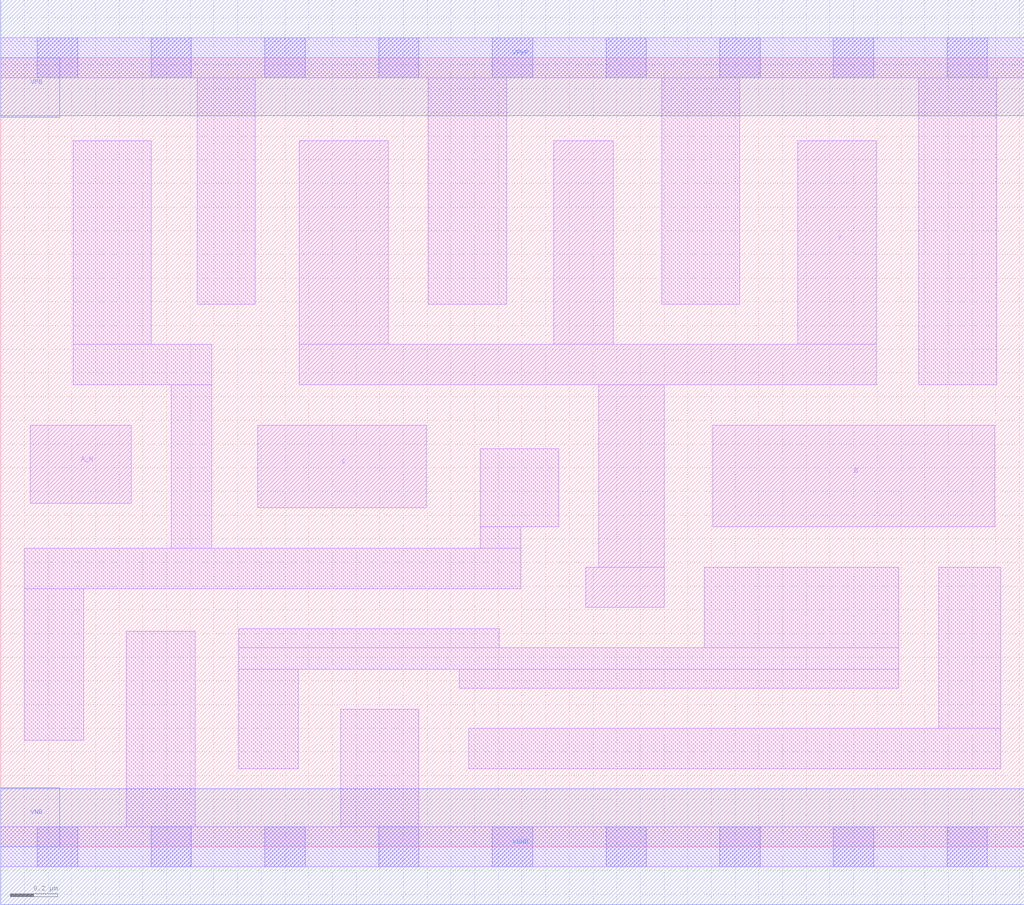
<source format=lef>
# Copyright 2020 The SkyWater PDK Authors
#
# Licensed under the Apache License, Version 2.0 (the "License");
# you may not use this file except in compliance with the License.
# You may obtain a copy of the License at
#
#     https://www.apache.org/licenses/LICENSE-2.0
#
# Unless required by applicable law or agreed to in writing, software
# distributed under the License is distributed on an "AS IS" BASIS,
# WITHOUT WARRANTIES OR CONDITIONS OF ANY KIND, either express or implied.
# See the License for the specific language governing permissions and
# limitations under the License.
#
# SPDX-License-Identifier: Apache-2.0

VERSION 5.5 ;
NAMESCASESENSITIVE ON ;
BUSBITCHARS "[]" ;
DIVIDERCHAR "/" ;
MACRO sky130_fd_sc_hs__nand3b_2
  CLASS CORE ;
  SOURCE USER ;
  ORIGIN  0.000000  0.000000 ;
  SIZE  4.320000 BY  3.330000 ;
  SYMMETRY X Y ;
  SITE unit ;
  PIN A_N
    ANTENNAGATEAREA  0.246000 ;
    DIRECTION INPUT ;
    USE SIGNAL ;
    PORT
      LAYER li1 ;
        RECT 0.125000 1.450000 0.550000 1.780000 ;
    END
  END A_N
  PIN B
    ANTENNAGATEAREA  0.558000 ;
    DIRECTION INPUT ;
    USE SIGNAL ;
    PORT
      LAYER li1 ;
        RECT 3.005000 1.350000 4.195000 1.780000 ;
    END
  END B
  PIN C
    ANTENNAGATEAREA  0.558000 ;
    DIRECTION INPUT ;
    USE SIGNAL ;
    PORT
      LAYER li1 ;
        RECT 1.085000 1.430000 1.795000 1.780000 ;
    END
  END C
  PIN Y
    ANTENNADIFFAREA  1.332800 ;
    DIRECTION OUTPUT ;
    USE SIGNAL ;
    PORT
      LAYER li1 ;
        RECT 1.260000 1.950000 3.695000 2.120000 ;
        RECT 1.260000 2.120000 1.635000 2.980000 ;
        RECT 2.335000 2.120000 2.585000 2.980000 ;
        RECT 2.470000 1.010000 2.800000 1.180000 ;
        RECT 2.525000 1.180000 2.800000 1.950000 ;
        RECT 3.365000 2.120000 3.695000 2.980000 ;
    END
  END Y
  PIN VGND
    DIRECTION INOUT ;
    USE GROUND ;
    PORT
      LAYER met1 ;
        RECT 0.000000 -0.245000 4.320000 0.245000 ;
    END
  END VGND
  PIN VNB
    DIRECTION INOUT ;
    USE GROUND ;
    PORT
      LAYER met1 ;
        RECT 0.000000 0.000000 0.250000 0.250000 ;
    END
  END VNB
  PIN VPB
    DIRECTION INOUT ;
    USE POWER ;
    PORT
      LAYER met1 ;
        RECT 0.000000 3.080000 0.250000 3.330000 ;
    END
  END VPB
  PIN VPWR
    DIRECTION INOUT ;
    USE POWER ;
    PORT
      LAYER met1 ;
        RECT 0.000000 3.085000 4.320000 3.575000 ;
    END
  END VPWR
  OBS
    LAYER li1 ;
      RECT 0.000000 -0.085000 4.320000 0.085000 ;
      RECT 0.000000  3.245000 4.320000 3.415000 ;
      RECT 0.100000  0.450000 0.350000 1.090000 ;
      RECT 0.100000  1.090000 2.195000 1.260000 ;
      RECT 0.305000  1.950000 0.890000 2.120000 ;
      RECT 0.305000  2.120000 0.635000 2.980000 ;
      RECT 0.530000  0.085000 0.820000 0.910000 ;
      RECT 0.720000  1.260000 0.890000 1.950000 ;
      RECT 0.830000  2.290000 1.075000 3.245000 ;
      RECT 1.005000  0.330000 1.255000 0.750000 ;
      RECT 1.005000  0.750000 3.790000 0.840000 ;
      RECT 1.005000  0.840000 2.105000 0.920000 ;
      RECT 1.435000  0.085000 1.765000 0.580000 ;
      RECT 1.805000  2.290000 2.135000 3.245000 ;
      RECT 1.935000  0.670000 3.790000 0.750000 ;
      RECT 1.975000  0.330000 4.220000 0.500000 ;
      RECT 2.025000  1.260000 2.195000 1.350000 ;
      RECT 2.025000  1.350000 2.355000 1.680000 ;
      RECT 2.790000  2.290000 3.120000 3.245000 ;
      RECT 2.970000  0.840000 3.790000 1.180000 ;
      RECT 3.875000  1.950000 4.205000 3.245000 ;
      RECT 3.960000  0.500000 4.220000 1.180000 ;
    LAYER mcon ;
      RECT 0.155000 -0.085000 0.325000 0.085000 ;
      RECT 0.155000  3.245000 0.325000 3.415000 ;
      RECT 0.635000 -0.085000 0.805000 0.085000 ;
      RECT 0.635000  3.245000 0.805000 3.415000 ;
      RECT 1.115000 -0.085000 1.285000 0.085000 ;
      RECT 1.115000  3.245000 1.285000 3.415000 ;
      RECT 1.595000 -0.085000 1.765000 0.085000 ;
      RECT 1.595000  3.245000 1.765000 3.415000 ;
      RECT 2.075000 -0.085000 2.245000 0.085000 ;
      RECT 2.075000  3.245000 2.245000 3.415000 ;
      RECT 2.555000 -0.085000 2.725000 0.085000 ;
      RECT 2.555000  3.245000 2.725000 3.415000 ;
      RECT 3.035000 -0.085000 3.205000 0.085000 ;
      RECT 3.035000  3.245000 3.205000 3.415000 ;
      RECT 3.515000 -0.085000 3.685000 0.085000 ;
      RECT 3.515000  3.245000 3.685000 3.415000 ;
      RECT 3.995000 -0.085000 4.165000 0.085000 ;
      RECT 3.995000  3.245000 4.165000 3.415000 ;
  END
END sky130_fd_sc_hs__nand3b_2

</source>
